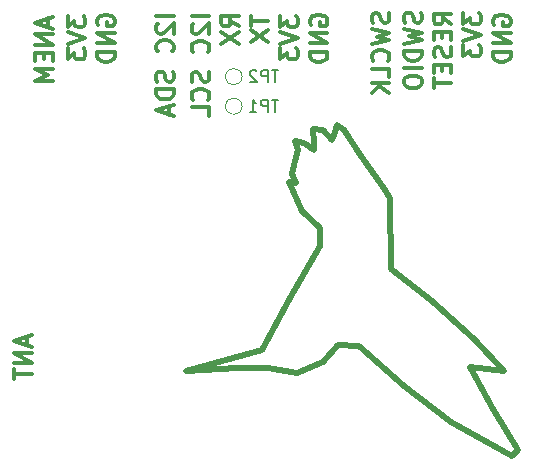
<source format=gbr>
%TF.GenerationSoftware,KiCad,Pcbnew,(6.0.0-rc1-dev-1248-ged6c68a1e)*%
%TF.CreationDate,2019-07-02T22:08:16-04:00*%
%TF.ProjectId,hummingbird,68756d6d-696e-4676-9269-72642e6b6963,rev?*%
%TF.SameCoordinates,Original*%
%TF.FileFunction,Legend,Bot*%
%TF.FilePolarity,Positive*%
%FSLAX46Y46*%
G04 Gerber Fmt 4.6, Leading zero omitted, Abs format (unit mm)*
G04 Created by KiCad (PCBNEW (6.0.0-rc1-dev-1248-ged6c68a1e)) date 07/02/19 22:08:16*
%MOMM*%
%LPD*%
G01*
G04 APERTURE LIST*
%ADD10C,0.300000*%
%ADD11C,0.500000*%
%ADD12C,0.120000*%
%ADD13C,0.150000*%
G04 APERTURE END LIST*
D10*
X130500000Y-167285714D02*
X130500000Y-168000000D01*
X130928571Y-167142857D02*
X129428571Y-167642857D01*
X130928571Y-168142857D01*
X130928571Y-168642857D02*
X129428571Y-168642857D01*
X130928571Y-169500000D01*
X129428571Y-169500000D01*
X129428571Y-170000000D02*
X129428571Y-170857142D01*
X130928571Y-170428571D02*
X129428571Y-170428571D01*
X132250000Y-140321428D02*
X132250000Y-141035714D01*
X132678571Y-140178571D02*
X131178571Y-140678571D01*
X132678571Y-141178571D01*
X132678571Y-141678571D02*
X131178571Y-141678571D01*
X132678571Y-142535714D01*
X131178571Y-142535714D01*
X131892857Y-143250000D02*
X131892857Y-143750000D01*
X132678571Y-143964285D02*
X132678571Y-143250000D01*
X131178571Y-143250000D01*
X131178571Y-143964285D01*
X132678571Y-144607142D02*
X131178571Y-144607142D01*
X132250000Y-145107142D01*
X131178571Y-145607142D01*
X132678571Y-145607142D01*
X142928571Y-140107142D02*
X141428571Y-140107142D01*
X141571428Y-140750000D02*
X141500000Y-140821428D01*
X141428571Y-140964285D01*
X141428571Y-141321428D01*
X141500000Y-141464285D01*
X141571428Y-141535714D01*
X141714285Y-141607142D01*
X141857142Y-141607142D01*
X142071428Y-141535714D01*
X142928571Y-140678571D01*
X142928571Y-141607142D01*
X142785714Y-143107142D02*
X142857142Y-143035714D01*
X142928571Y-142821428D01*
X142928571Y-142678571D01*
X142857142Y-142464285D01*
X142714285Y-142321428D01*
X142571428Y-142250000D01*
X142285714Y-142178571D01*
X142071428Y-142178571D01*
X141785714Y-142250000D01*
X141642857Y-142321428D01*
X141500000Y-142464285D01*
X141428571Y-142678571D01*
X141428571Y-142821428D01*
X141500000Y-143035714D01*
X141571428Y-143107142D01*
X142857142Y-144821428D02*
X142928571Y-145035714D01*
X142928571Y-145392857D01*
X142857142Y-145535714D01*
X142785714Y-145607142D01*
X142642857Y-145678571D01*
X142500000Y-145678571D01*
X142357142Y-145607142D01*
X142285714Y-145535714D01*
X142214285Y-145392857D01*
X142142857Y-145107142D01*
X142071428Y-144964285D01*
X142000000Y-144892857D01*
X141857142Y-144821428D01*
X141714285Y-144821428D01*
X141571428Y-144892857D01*
X141500000Y-144964285D01*
X141428571Y-145107142D01*
X141428571Y-145464285D01*
X141500000Y-145678571D01*
X142928571Y-146321428D02*
X141428571Y-146321428D01*
X141428571Y-146678571D01*
X141500000Y-146892857D01*
X141642857Y-147035714D01*
X141785714Y-147107142D01*
X142071428Y-147178571D01*
X142285714Y-147178571D01*
X142571428Y-147107142D01*
X142714285Y-147035714D01*
X142857142Y-146892857D01*
X142928571Y-146678571D01*
X142928571Y-146321428D01*
X142500000Y-147750000D02*
X142500000Y-148464285D01*
X142928571Y-147607142D02*
X141428571Y-148107142D01*
X142928571Y-148607142D01*
X145928571Y-140142857D02*
X144428571Y-140142857D01*
X144571428Y-140785714D02*
X144500000Y-140857142D01*
X144428571Y-141000000D01*
X144428571Y-141357142D01*
X144500000Y-141500000D01*
X144571428Y-141571428D01*
X144714285Y-141642857D01*
X144857142Y-141642857D01*
X145071428Y-141571428D01*
X145928571Y-140714285D01*
X145928571Y-141642857D01*
X145785714Y-143142857D02*
X145857142Y-143071428D01*
X145928571Y-142857142D01*
X145928571Y-142714285D01*
X145857142Y-142500000D01*
X145714285Y-142357142D01*
X145571428Y-142285714D01*
X145285714Y-142214285D01*
X145071428Y-142214285D01*
X144785714Y-142285714D01*
X144642857Y-142357142D01*
X144500000Y-142500000D01*
X144428571Y-142714285D01*
X144428571Y-142857142D01*
X144500000Y-143071428D01*
X144571428Y-143142857D01*
X145857142Y-144857142D02*
X145928571Y-145071428D01*
X145928571Y-145428571D01*
X145857142Y-145571428D01*
X145785714Y-145642857D01*
X145642857Y-145714285D01*
X145500000Y-145714285D01*
X145357142Y-145642857D01*
X145285714Y-145571428D01*
X145214285Y-145428571D01*
X145142857Y-145142857D01*
X145071428Y-145000000D01*
X145000000Y-144928571D01*
X144857142Y-144857142D01*
X144714285Y-144857142D01*
X144571428Y-144928571D01*
X144500000Y-145000000D01*
X144428571Y-145142857D01*
X144428571Y-145500000D01*
X144500000Y-145714285D01*
X145785714Y-147214285D02*
X145857142Y-147142857D01*
X145928571Y-146928571D01*
X145928571Y-146785714D01*
X145857142Y-146571428D01*
X145714285Y-146428571D01*
X145571428Y-146357142D01*
X145285714Y-146285714D01*
X145071428Y-146285714D01*
X144785714Y-146357142D01*
X144642857Y-146428571D01*
X144500000Y-146571428D01*
X144428571Y-146785714D01*
X144428571Y-146928571D01*
X144500000Y-147142857D01*
X144571428Y-147214285D01*
X145928571Y-148571428D02*
X145928571Y-147857142D01*
X144428571Y-147857142D01*
X148428571Y-141000000D02*
X147714285Y-140500000D01*
X148428571Y-140142857D02*
X146928571Y-140142857D01*
X146928571Y-140714285D01*
X147000000Y-140857142D01*
X147071428Y-140928571D01*
X147214285Y-141000000D01*
X147428571Y-141000000D01*
X147571428Y-140928571D01*
X147642857Y-140857142D01*
X147714285Y-140714285D01*
X147714285Y-140142857D01*
X146928571Y-141500000D02*
X148428571Y-142500000D01*
X146928571Y-142500000D02*
X148428571Y-141500000D01*
X149428571Y-140107142D02*
X149428571Y-140964285D01*
X150928571Y-140535714D02*
X149428571Y-140535714D01*
X149428571Y-141321428D02*
X150928571Y-142321428D01*
X149428571Y-142321428D02*
X150928571Y-141321428D01*
X133928571Y-140142857D02*
X133928571Y-141071428D01*
X134500000Y-140571428D01*
X134500000Y-140785714D01*
X134571428Y-140928571D01*
X134642857Y-141000000D01*
X134785714Y-141071428D01*
X135142857Y-141071428D01*
X135285714Y-141000000D01*
X135357142Y-140928571D01*
X135428571Y-140785714D01*
X135428571Y-140357142D01*
X135357142Y-140214285D01*
X135285714Y-140142857D01*
X133928571Y-141500000D02*
X135428571Y-142000000D01*
X133928571Y-142500000D01*
X133928571Y-142857142D02*
X133928571Y-143785714D01*
X134500000Y-143285714D01*
X134500000Y-143500000D01*
X134571428Y-143642857D01*
X134642857Y-143714285D01*
X134785714Y-143785714D01*
X135142857Y-143785714D01*
X135285714Y-143714285D01*
X135357142Y-143642857D01*
X135428571Y-143500000D01*
X135428571Y-143071428D01*
X135357142Y-142928571D01*
X135285714Y-142857142D01*
X151928571Y-140142857D02*
X151928571Y-141071428D01*
X152500000Y-140571428D01*
X152500000Y-140785714D01*
X152571428Y-140928571D01*
X152642857Y-141000000D01*
X152785714Y-141071428D01*
X153142857Y-141071428D01*
X153285714Y-141000000D01*
X153357142Y-140928571D01*
X153428571Y-140785714D01*
X153428571Y-140357142D01*
X153357142Y-140214285D01*
X153285714Y-140142857D01*
X151928571Y-141500000D02*
X153428571Y-142000000D01*
X151928571Y-142500000D01*
X151928571Y-142857142D02*
X151928571Y-143785714D01*
X152500000Y-143285714D01*
X152500000Y-143500000D01*
X152571428Y-143642857D01*
X152642857Y-143714285D01*
X152785714Y-143785714D01*
X153142857Y-143785714D01*
X153285714Y-143714285D01*
X153357142Y-143642857D01*
X153428571Y-143500000D01*
X153428571Y-143071428D01*
X153357142Y-142928571D01*
X153285714Y-142857142D01*
X136500000Y-140857142D02*
X136428571Y-140714285D01*
X136428571Y-140500000D01*
X136500000Y-140285714D01*
X136642857Y-140142857D01*
X136785714Y-140071428D01*
X137071428Y-140000000D01*
X137285714Y-140000000D01*
X137571428Y-140071428D01*
X137714285Y-140142857D01*
X137857142Y-140285714D01*
X137928571Y-140500000D01*
X137928571Y-140642857D01*
X137857142Y-140857142D01*
X137785714Y-140928571D01*
X137285714Y-140928571D01*
X137285714Y-140642857D01*
X137928571Y-141571428D02*
X136428571Y-141571428D01*
X137928571Y-142428571D01*
X136428571Y-142428571D01*
X137928571Y-143142857D02*
X136428571Y-143142857D01*
X136428571Y-143500000D01*
X136500000Y-143714285D01*
X136642857Y-143857142D01*
X136785714Y-143928571D01*
X137071428Y-144000000D01*
X137285714Y-144000000D01*
X137571428Y-143928571D01*
X137714285Y-143857142D01*
X137857142Y-143714285D01*
X137928571Y-143500000D01*
X137928571Y-143142857D01*
X154500000Y-140857142D02*
X154428571Y-140714285D01*
X154428571Y-140500000D01*
X154500000Y-140285714D01*
X154642857Y-140142857D01*
X154785714Y-140071428D01*
X155071428Y-140000000D01*
X155285714Y-140000000D01*
X155571428Y-140071428D01*
X155714285Y-140142857D01*
X155857142Y-140285714D01*
X155928571Y-140500000D01*
X155928571Y-140642857D01*
X155857142Y-140857142D01*
X155785714Y-140928571D01*
X155285714Y-140928571D01*
X155285714Y-140642857D01*
X155928571Y-141571428D02*
X154428571Y-141571428D01*
X155928571Y-142428571D01*
X154428571Y-142428571D01*
X155928571Y-143142857D02*
X154428571Y-143142857D01*
X154428571Y-143500000D01*
X154500000Y-143714285D01*
X154642857Y-143857142D01*
X154785714Y-143928571D01*
X155071428Y-144000000D01*
X155285714Y-144000000D01*
X155571428Y-143928571D01*
X155714285Y-143857142D01*
X155857142Y-143714285D01*
X155928571Y-143500000D01*
X155928571Y-143142857D01*
X161107142Y-139857142D02*
X161178571Y-140071428D01*
X161178571Y-140428571D01*
X161107142Y-140571428D01*
X161035714Y-140642857D01*
X160892857Y-140714285D01*
X160750000Y-140714285D01*
X160607142Y-140642857D01*
X160535714Y-140571428D01*
X160464285Y-140428571D01*
X160392857Y-140142857D01*
X160321428Y-140000000D01*
X160250000Y-139928571D01*
X160107142Y-139857142D01*
X159964285Y-139857142D01*
X159821428Y-139928571D01*
X159750000Y-140000000D01*
X159678571Y-140142857D01*
X159678571Y-140500000D01*
X159750000Y-140714285D01*
X159678571Y-141214285D02*
X161178571Y-141571428D01*
X160107142Y-141857142D01*
X161178571Y-142142857D01*
X159678571Y-142500000D01*
X161035714Y-143928571D02*
X161107142Y-143857142D01*
X161178571Y-143642857D01*
X161178571Y-143500000D01*
X161107142Y-143285714D01*
X160964285Y-143142857D01*
X160821428Y-143071428D01*
X160535714Y-143000000D01*
X160321428Y-143000000D01*
X160035714Y-143071428D01*
X159892857Y-143142857D01*
X159750000Y-143285714D01*
X159678571Y-143500000D01*
X159678571Y-143642857D01*
X159750000Y-143857142D01*
X159821428Y-143928571D01*
X161178571Y-145285714D02*
X161178571Y-144571428D01*
X159678571Y-144571428D01*
X161178571Y-145785714D02*
X159678571Y-145785714D01*
X161178571Y-146642857D02*
X160321428Y-146000000D01*
X159678571Y-146642857D02*
X160535714Y-145785714D01*
X163857142Y-139821428D02*
X163928571Y-140035714D01*
X163928571Y-140392857D01*
X163857142Y-140535714D01*
X163785714Y-140607142D01*
X163642857Y-140678571D01*
X163500000Y-140678571D01*
X163357142Y-140607142D01*
X163285714Y-140535714D01*
X163214285Y-140392857D01*
X163142857Y-140107142D01*
X163071428Y-139964285D01*
X163000000Y-139892857D01*
X162857142Y-139821428D01*
X162714285Y-139821428D01*
X162571428Y-139892857D01*
X162500000Y-139964285D01*
X162428571Y-140107142D01*
X162428571Y-140464285D01*
X162500000Y-140678571D01*
X162428571Y-141178571D02*
X163928571Y-141535714D01*
X162857142Y-141821428D01*
X163928571Y-142107142D01*
X162428571Y-142464285D01*
X163928571Y-143035714D02*
X162428571Y-143035714D01*
X162428571Y-143392857D01*
X162500000Y-143607142D01*
X162642857Y-143750000D01*
X162785714Y-143821428D01*
X163071428Y-143892857D01*
X163285714Y-143892857D01*
X163571428Y-143821428D01*
X163714285Y-143750000D01*
X163857142Y-143607142D01*
X163928571Y-143392857D01*
X163928571Y-143035714D01*
X163928571Y-144535714D02*
X162428571Y-144535714D01*
X162428571Y-145535714D02*
X162428571Y-145821428D01*
X162500000Y-145964285D01*
X162642857Y-146107142D01*
X162928571Y-146178571D01*
X163428571Y-146178571D01*
X163714285Y-146107142D01*
X163857142Y-145964285D01*
X163928571Y-145821428D01*
X163928571Y-145535714D01*
X163857142Y-145392857D01*
X163714285Y-145250000D01*
X163428571Y-145178571D01*
X162928571Y-145178571D01*
X162642857Y-145250000D01*
X162500000Y-145392857D01*
X162428571Y-145535714D01*
X166428571Y-140821428D02*
X165714285Y-140321428D01*
X166428571Y-139964285D02*
X164928571Y-139964285D01*
X164928571Y-140535714D01*
X165000000Y-140678571D01*
X165071428Y-140750000D01*
X165214285Y-140821428D01*
X165428571Y-140821428D01*
X165571428Y-140750000D01*
X165642857Y-140678571D01*
X165714285Y-140535714D01*
X165714285Y-139964285D01*
X165642857Y-141464285D02*
X165642857Y-141964285D01*
X166428571Y-142178571D02*
X166428571Y-141464285D01*
X164928571Y-141464285D01*
X164928571Y-142178571D01*
X166357142Y-142750000D02*
X166428571Y-142964285D01*
X166428571Y-143321428D01*
X166357142Y-143464285D01*
X166285714Y-143535714D01*
X166142857Y-143607142D01*
X166000000Y-143607142D01*
X165857142Y-143535714D01*
X165785714Y-143464285D01*
X165714285Y-143321428D01*
X165642857Y-143035714D01*
X165571428Y-142892857D01*
X165500000Y-142821428D01*
X165357142Y-142750000D01*
X165214285Y-142750000D01*
X165071428Y-142821428D01*
X165000000Y-142892857D01*
X164928571Y-143035714D01*
X164928571Y-143392857D01*
X165000000Y-143607142D01*
X165642857Y-144250000D02*
X165642857Y-144750000D01*
X166428571Y-144964285D02*
X166428571Y-144250000D01*
X164928571Y-144250000D01*
X164928571Y-144964285D01*
X164928571Y-145392857D02*
X164928571Y-146250000D01*
X166428571Y-145821428D02*
X164928571Y-145821428D01*
X167428571Y-139892857D02*
X167428571Y-140821428D01*
X168000000Y-140321428D01*
X168000000Y-140535714D01*
X168071428Y-140678571D01*
X168142857Y-140750000D01*
X168285714Y-140821428D01*
X168642857Y-140821428D01*
X168785714Y-140750000D01*
X168857142Y-140678571D01*
X168928571Y-140535714D01*
X168928571Y-140107142D01*
X168857142Y-139964285D01*
X168785714Y-139892857D01*
X167428571Y-141250000D02*
X168928571Y-141750000D01*
X167428571Y-142250000D01*
X167428571Y-142607142D02*
X167428571Y-143535714D01*
X168000000Y-143035714D01*
X168000000Y-143250000D01*
X168071428Y-143392857D01*
X168142857Y-143464285D01*
X168285714Y-143535714D01*
X168642857Y-143535714D01*
X168785714Y-143464285D01*
X168857142Y-143392857D01*
X168928571Y-143250000D01*
X168928571Y-142821428D01*
X168857142Y-142678571D01*
X168785714Y-142607142D01*
X170000000Y-140857142D02*
X169928571Y-140714285D01*
X169928571Y-140500000D01*
X170000000Y-140285714D01*
X170142857Y-140142857D01*
X170285714Y-140071428D01*
X170571428Y-140000000D01*
X170785714Y-140000000D01*
X171071428Y-140071428D01*
X171214285Y-140142857D01*
X171357142Y-140285714D01*
X171428571Y-140500000D01*
X171428571Y-140642857D01*
X171357142Y-140857142D01*
X171285714Y-140928571D01*
X170785714Y-140928571D01*
X170785714Y-140642857D01*
X171428571Y-141571428D02*
X169928571Y-141571428D01*
X171428571Y-142428571D01*
X169928571Y-142428571D01*
X171428571Y-143142857D02*
X169928571Y-143142857D01*
X169928571Y-143500000D01*
X170000000Y-143714285D01*
X170142857Y-143857142D01*
X170285714Y-143928571D01*
X170571428Y-144000000D01*
X170785714Y-144000000D01*
X171071428Y-143928571D01*
X171214285Y-143857142D01*
X171357142Y-143714285D01*
X171428571Y-143500000D01*
X171428571Y-143142857D01*
D11*
X164809585Y-164267400D02*
X168326699Y-167464400D01*
X156544836Y-149932200D02*
X156743212Y-149364037D01*
X156326109Y-150595575D02*
X156544836Y-149932200D01*
X156743212Y-149364037D02*
X157325074Y-149772000D01*
X168326699Y-167464400D02*
X170833819Y-170174600D01*
X160623310Y-154575600D02*
X161258377Y-155555100D01*
X157325074Y-149772000D02*
X158791611Y-151978700D01*
X169984929Y-173420200D02*
X172028309Y-176841500D01*
X172028309Y-176841500D02*
X171524389Y-177351900D01*
X161330947Y-161519000D02*
X164809585Y-164267400D01*
X155531852Y-149728200D02*
X156326109Y-150595575D01*
X170833819Y-170174600D02*
X168029819Y-169796600D01*
X168029819Y-169796600D02*
X169984929Y-173420200D01*
X158791611Y-151978700D02*
X160623310Y-154575600D01*
X171524389Y-177351900D02*
X171524388Y-177352400D01*
X161258377Y-155555100D02*
X161330947Y-161519000D01*
X162405356Y-171480400D02*
X158576713Y-168049500D01*
X154687933Y-149642012D02*
X155531852Y-149728200D01*
X152698973Y-154171000D02*
X153294707Y-154233862D01*
X155316623Y-159596300D02*
X155307166Y-158035450D01*
X154767006Y-151416900D02*
X154811535Y-150906200D01*
X152925682Y-153473975D02*
X153172322Y-152424300D01*
X153371475Y-170369737D02*
X150924941Y-169909400D01*
X155549630Y-169368700D02*
X153371475Y-170369737D01*
X153927846Y-150827200D02*
X154767006Y-151416900D01*
X150924941Y-169909400D02*
X148231663Y-169929400D01*
X153444622Y-151493975D02*
X153205334Y-150732300D01*
X155307166Y-158035450D02*
X153767953Y-156664800D01*
X158576713Y-168049500D02*
X156787379Y-167926925D01*
X152732289Y-163960500D02*
X155316623Y-159596300D01*
X156787379Y-167926925D02*
X155549630Y-169368700D01*
X166422788Y-174476300D02*
X162405356Y-171480400D01*
X154811535Y-150906200D02*
X154687933Y-149642012D01*
X153205334Y-150732300D02*
X153927846Y-150827200D01*
X148231663Y-169929400D02*
X143983451Y-170190200D01*
X171524388Y-177352400D02*
X166422788Y-174476300D01*
X153172322Y-152424300D02*
X153444622Y-151493975D01*
X153294707Y-154233862D02*
X152925682Y-153473975D01*
X153767953Y-156664800D02*
X152698973Y-154171000D01*
X143983451Y-170190200D02*
X150392000Y-168384000D01*
X150392000Y-168384000D02*
X152732289Y-163960500D01*
D12*
X148700000Y-147750000D02*
G75*
G03X148700000Y-147750000I-700000J0D01*
G01*
X148700000Y-145250000D02*
G75*
G03X148700000Y-145250000I-700000J0D01*
G01*
D13*
X151761904Y-147202380D02*
X151190476Y-147202380D01*
X151476190Y-148202380D02*
X151476190Y-147202380D01*
X150857142Y-148202380D02*
X150857142Y-147202380D01*
X150476190Y-147202380D01*
X150380952Y-147250000D01*
X150333333Y-147297619D01*
X150285714Y-147392857D01*
X150285714Y-147535714D01*
X150333333Y-147630952D01*
X150380952Y-147678571D01*
X150476190Y-147726190D01*
X150857142Y-147726190D01*
X149333333Y-148202380D02*
X149904761Y-148202380D01*
X149619047Y-148202380D02*
X149619047Y-147202380D01*
X149714285Y-147345238D01*
X149809523Y-147440476D01*
X149904761Y-147488095D01*
X151761904Y-144702380D02*
X151190476Y-144702380D01*
X151476190Y-145702380D02*
X151476190Y-144702380D01*
X150857142Y-145702380D02*
X150857142Y-144702380D01*
X150476190Y-144702380D01*
X150380952Y-144750000D01*
X150333333Y-144797619D01*
X150285714Y-144892857D01*
X150285714Y-145035714D01*
X150333333Y-145130952D01*
X150380952Y-145178571D01*
X150476190Y-145226190D01*
X150857142Y-145226190D01*
X149904761Y-144797619D02*
X149857142Y-144750000D01*
X149761904Y-144702380D01*
X149523809Y-144702380D01*
X149428571Y-144750000D01*
X149380952Y-144797619D01*
X149333333Y-144892857D01*
X149333333Y-144988095D01*
X149380952Y-145130952D01*
X149952380Y-145702380D01*
X149333333Y-145702380D01*
M02*

</source>
